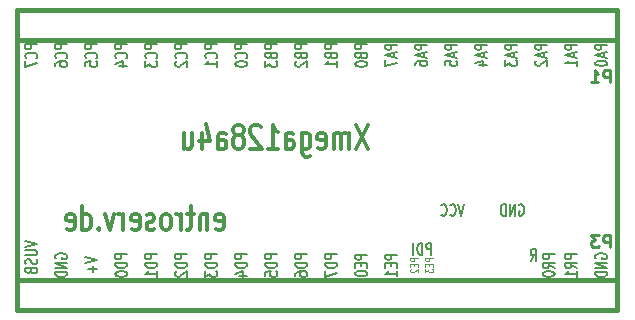
<source format=gbo>
G04 (created by PCBNEW (2013-07-07 BZR 4022)-stable) date 14.08.2014 19:14:36*
%MOIN*%
G04 Gerber Fmt 3.4, Leading zero omitted, Abs format*
%FSLAX34Y34*%
G01*
G70*
G90*
G04 APERTURE LIST*
%ADD10C,0.00590551*%
%ADD11C,0.012*%
%ADD12C,0.00393701*%
%ADD13C,0.015*%
%ADD14C,0.01*%
G04 APERTURE END LIST*
G54D10*
G54D11*
X25685Y-23323D02*
X25285Y-24123D01*
X25285Y-23323D02*
X25685Y-24123D01*
X25057Y-24123D02*
X25057Y-23590D01*
X25057Y-23666D02*
X25028Y-23628D01*
X24971Y-23590D01*
X24885Y-23590D01*
X24828Y-23628D01*
X24800Y-23704D01*
X24800Y-24123D01*
X24800Y-23704D02*
X24771Y-23628D01*
X24714Y-23590D01*
X24628Y-23590D01*
X24571Y-23628D01*
X24542Y-23704D01*
X24542Y-24123D01*
X24028Y-24085D02*
X24085Y-24123D01*
X24200Y-24123D01*
X24257Y-24085D01*
X24285Y-24009D01*
X24285Y-23704D01*
X24257Y-23628D01*
X24200Y-23590D01*
X24085Y-23590D01*
X24028Y-23628D01*
X24000Y-23704D01*
X24000Y-23780D01*
X24285Y-23857D01*
X23485Y-23590D02*
X23485Y-24238D01*
X23514Y-24314D01*
X23542Y-24352D01*
X23600Y-24390D01*
X23685Y-24390D01*
X23742Y-24352D01*
X23485Y-24085D02*
X23542Y-24123D01*
X23657Y-24123D01*
X23714Y-24085D01*
X23742Y-24047D01*
X23771Y-23971D01*
X23771Y-23742D01*
X23742Y-23666D01*
X23714Y-23628D01*
X23657Y-23590D01*
X23542Y-23590D01*
X23485Y-23628D01*
X22942Y-24123D02*
X22942Y-23704D01*
X22971Y-23628D01*
X23028Y-23590D01*
X23142Y-23590D01*
X23200Y-23628D01*
X22942Y-24085D02*
X23000Y-24123D01*
X23142Y-24123D01*
X23200Y-24085D01*
X23228Y-24009D01*
X23228Y-23933D01*
X23200Y-23857D01*
X23142Y-23819D01*
X23000Y-23819D01*
X22942Y-23780D01*
X22342Y-24123D02*
X22685Y-24123D01*
X22514Y-24123D02*
X22514Y-23323D01*
X22571Y-23438D01*
X22628Y-23514D01*
X22685Y-23552D01*
X22114Y-23400D02*
X22085Y-23361D01*
X22028Y-23323D01*
X21885Y-23323D01*
X21828Y-23361D01*
X21800Y-23400D01*
X21771Y-23476D01*
X21771Y-23552D01*
X21800Y-23666D01*
X22142Y-24123D01*
X21771Y-24123D01*
X21428Y-23666D02*
X21485Y-23628D01*
X21514Y-23590D01*
X21542Y-23514D01*
X21542Y-23476D01*
X21514Y-23400D01*
X21485Y-23361D01*
X21428Y-23323D01*
X21314Y-23323D01*
X21257Y-23361D01*
X21228Y-23400D01*
X21199Y-23476D01*
X21199Y-23514D01*
X21228Y-23590D01*
X21257Y-23628D01*
X21314Y-23666D01*
X21428Y-23666D01*
X21485Y-23704D01*
X21514Y-23742D01*
X21542Y-23819D01*
X21542Y-23971D01*
X21514Y-24047D01*
X21485Y-24085D01*
X21428Y-24123D01*
X21314Y-24123D01*
X21257Y-24085D01*
X21228Y-24047D01*
X21199Y-23971D01*
X21199Y-23819D01*
X21228Y-23742D01*
X21257Y-23704D01*
X21314Y-23666D01*
X20685Y-24123D02*
X20685Y-23704D01*
X20714Y-23628D01*
X20771Y-23590D01*
X20885Y-23590D01*
X20942Y-23628D01*
X20685Y-24085D02*
X20742Y-24123D01*
X20885Y-24123D01*
X20942Y-24085D01*
X20971Y-24009D01*
X20971Y-23933D01*
X20942Y-23857D01*
X20885Y-23819D01*
X20742Y-23819D01*
X20685Y-23780D01*
X20142Y-23590D02*
X20142Y-24123D01*
X20285Y-23285D02*
X20428Y-23857D01*
X20057Y-23857D01*
X19571Y-23590D02*
X19571Y-24123D01*
X19828Y-23590D02*
X19828Y-24009D01*
X19799Y-24085D01*
X19742Y-24123D01*
X19657Y-24123D01*
X19599Y-24085D01*
X19571Y-24047D01*
G54D12*
X27356Y-27765D02*
X27093Y-27765D01*
X27093Y-27840D01*
X27106Y-27859D01*
X27118Y-27868D01*
X27143Y-27878D01*
X27181Y-27878D01*
X27206Y-27868D01*
X27218Y-27859D01*
X27231Y-27840D01*
X27231Y-27765D01*
X27218Y-27962D02*
X27218Y-28028D01*
X27356Y-28056D02*
X27356Y-27962D01*
X27093Y-27962D01*
X27093Y-28056D01*
X27118Y-28131D02*
X27106Y-28140D01*
X27093Y-28159D01*
X27093Y-28206D01*
X27106Y-28224D01*
X27118Y-28234D01*
X27143Y-28243D01*
X27168Y-28243D01*
X27206Y-28234D01*
X27356Y-28121D01*
X27356Y-28243D01*
X27856Y-27765D02*
X27593Y-27765D01*
X27593Y-27840D01*
X27606Y-27859D01*
X27618Y-27868D01*
X27643Y-27878D01*
X27681Y-27878D01*
X27706Y-27868D01*
X27718Y-27859D01*
X27731Y-27840D01*
X27731Y-27765D01*
X27718Y-27962D02*
X27718Y-28028D01*
X27856Y-28056D02*
X27856Y-27962D01*
X27593Y-27962D01*
X27593Y-28056D01*
X27593Y-28121D02*
X27593Y-28243D01*
X27693Y-28178D01*
X27693Y-28206D01*
X27706Y-28224D01*
X27718Y-28234D01*
X27743Y-28243D01*
X27806Y-28243D01*
X27831Y-28234D01*
X27843Y-28224D01*
X27856Y-28206D01*
X27856Y-28149D01*
X27843Y-28131D01*
X27831Y-28121D01*
G54D10*
X28893Y-25965D02*
X28795Y-26359D01*
X28696Y-25965D01*
X28429Y-26321D02*
X28443Y-26340D01*
X28485Y-26359D01*
X28514Y-26359D01*
X28556Y-26340D01*
X28584Y-26303D01*
X28598Y-26265D01*
X28612Y-26190D01*
X28612Y-26134D01*
X28598Y-26059D01*
X28584Y-26021D01*
X28556Y-25984D01*
X28514Y-25965D01*
X28485Y-25965D01*
X28443Y-25984D01*
X28429Y-26003D01*
X28134Y-26321D02*
X28148Y-26340D01*
X28190Y-26359D01*
X28218Y-26359D01*
X28260Y-26340D01*
X28289Y-26303D01*
X28303Y-26265D01*
X28317Y-26190D01*
X28317Y-26134D01*
X28303Y-26059D01*
X28289Y-26021D01*
X28260Y-25984D01*
X28218Y-25965D01*
X28190Y-25965D01*
X28148Y-25984D01*
X28134Y-26003D01*
X27795Y-27659D02*
X27795Y-27265D01*
X27682Y-27265D01*
X27654Y-27284D01*
X27640Y-27303D01*
X27626Y-27340D01*
X27626Y-27396D01*
X27640Y-27434D01*
X27654Y-27453D01*
X27682Y-27471D01*
X27795Y-27471D01*
X27500Y-27659D02*
X27500Y-27265D01*
X27429Y-27265D01*
X27387Y-27284D01*
X27359Y-27321D01*
X27345Y-27359D01*
X27331Y-27434D01*
X27331Y-27490D01*
X27345Y-27565D01*
X27359Y-27603D01*
X27387Y-27640D01*
X27429Y-27659D01*
X27500Y-27659D01*
X27204Y-27659D02*
X27204Y-27265D01*
X30724Y-25984D02*
X30753Y-25965D01*
X30795Y-25965D01*
X30837Y-25984D01*
X30865Y-26021D01*
X30879Y-26059D01*
X30893Y-26134D01*
X30893Y-26190D01*
X30879Y-26265D01*
X30865Y-26303D01*
X30837Y-26340D01*
X30795Y-26359D01*
X30767Y-26359D01*
X30724Y-26340D01*
X30710Y-26321D01*
X30710Y-26190D01*
X30767Y-26190D01*
X30584Y-26359D02*
X30584Y-25965D01*
X30415Y-26359D01*
X30415Y-25965D01*
X30275Y-26359D02*
X30275Y-25965D01*
X30204Y-25965D01*
X30162Y-25984D01*
X30134Y-26021D01*
X30120Y-26059D01*
X30106Y-26134D01*
X30106Y-26190D01*
X30120Y-26265D01*
X30134Y-26303D01*
X30162Y-26340D01*
X30204Y-26359D01*
X30275Y-26359D01*
X31108Y-27859D02*
X31207Y-27671D01*
X31277Y-27859D02*
X31277Y-27465D01*
X31164Y-27465D01*
X31136Y-27484D01*
X31122Y-27503D01*
X31108Y-27540D01*
X31108Y-27596D01*
X31122Y-27634D01*
X31136Y-27653D01*
X31164Y-27671D01*
X31277Y-27671D01*
X31909Y-27634D02*
X31515Y-27634D01*
X31515Y-27746D01*
X31534Y-27775D01*
X31553Y-27789D01*
X31590Y-27803D01*
X31646Y-27803D01*
X31684Y-27789D01*
X31703Y-27775D01*
X31721Y-27746D01*
X31721Y-27634D01*
X31909Y-28098D02*
X31721Y-28000D01*
X31909Y-27929D02*
X31515Y-27929D01*
X31515Y-28042D01*
X31534Y-28070D01*
X31553Y-28084D01*
X31590Y-28098D01*
X31646Y-28098D01*
X31684Y-28084D01*
X31703Y-28070D01*
X31721Y-28042D01*
X31721Y-27929D01*
X31515Y-28281D02*
X31515Y-28309D01*
X31534Y-28337D01*
X31553Y-28351D01*
X31590Y-28365D01*
X31665Y-28379D01*
X31759Y-28379D01*
X31834Y-28365D01*
X31871Y-28351D01*
X31890Y-28337D01*
X31909Y-28309D01*
X31909Y-28281D01*
X31890Y-28253D01*
X31871Y-28239D01*
X31834Y-28224D01*
X31759Y-28210D01*
X31665Y-28210D01*
X31590Y-28224D01*
X31553Y-28239D01*
X31534Y-28253D01*
X31515Y-28281D01*
X32659Y-27634D02*
X32265Y-27634D01*
X32265Y-27746D01*
X32284Y-27775D01*
X32303Y-27789D01*
X32340Y-27803D01*
X32396Y-27803D01*
X32434Y-27789D01*
X32453Y-27775D01*
X32471Y-27746D01*
X32471Y-27634D01*
X32659Y-28098D02*
X32471Y-28000D01*
X32659Y-27929D02*
X32265Y-27929D01*
X32265Y-28042D01*
X32284Y-28070D01*
X32303Y-28084D01*
X32340Y-28098D01*
X32396Y-28098D01*
X32434Y-28084D01*
X32453Y-28070D01*
X32471Y-28042D01*
X32471Y-27929D01*
X32659Y-28379D02*
X32659Y-28210D01*
X32659Y-28295D02*
X32265Y-28295D01*
X32321Y-28267D01*
X32359Y-28239D01*
X32378Y-28210D01*
X33284Y-27775D02*
X33265Y-27746D01*
X33265Y-27704D01*
X33284Y-27662D01*
X33321Y-27634D01*
X33359Y-27620D01*
X33434Y-27606D01*
X33490Y-27606D01*
X33565Y-27620D01*
X33603Y-27634D01*
X33640Y-27662D01*
X33659Y-27704D01*
X33659Y-27732D01*
X33640Y-27775D01*
X33621Y-27789D01*
X33490Y-27789D01*
X33490Y-27732D01*
X33659Y-27915D02*
X33265Y-27915D01*
X33659Y-28084D01*
X33265Y-28084D01*
X33659Y-28224D02*
X33265Y-28224D01*
X33265Y-28295D01*
X33284Y-28337D01*
X33321Y-28365D01*
X33359Y-28379D01*
X33434Y-28393D01*
X33490Y-28393D01*
X33565Y-28379D01*
X33603Y-28365D01*
X33640Y-28337D01*
X33659Y-28295D01*
X33659Y-28224D01*
X26659Y-27648D02*
X26265Y-27648D01*
X26265Y-27760D01*
X26284Y-27789D01*
X26303Y-27803D01*
X26340Y-27817D01*
X26396Y-27817D01*
X26434Y-27803D01*
X26453Y-27789D01*
X26471Y-27760D01*
X26471Y-27648D01*
X26453Y-27943D02*
X26453Y-28042D01*
X26659Y-28084D02*
X26659Y-27943D01*
X26265Y-27943D01*
X26265Y-28084D01*
X26659Y-28365D02*
X26659Y-28196D01*
X26659Y-28281D02*
X26265Y-28281D01*
X26321Y-28253D01*
X26359Y-28224D01*
X26378Y-28196D01*
X25659Y-27648D02*
X25265Y-27648D01*
X25265Y-27760D01*
X25284Y-27789D01*
X25303Y-27803D01*
X25340Y-27817D01*
X25396Y-27817D01*
X25434Y-27803D01*
X25453Y-27789D01*
X25471Y-27760D01*
X25471Y-27648D01*
X25453Y-27943D02*
X25453Y-28042D01*
X25659Y-28084D02*
X25659Y-27943D01*
X25265Y-27943D01*
X25265Y-28084D01*
X25265Y-28267D02*
X25265Y-28295D01*
X25284Y-28323D01*
X25303Y-28337D01*
X25340Y-28351D01*
X25415Y-28365D01*
X25509Y-28365D01*
X25584Y-28351D01*
X25621Y-28337D01*
X25640Y-28323D01*
X25659Y-28295D01*
X25659Y-28267D01*
X25640Y-28239D01*
X25621Y-28224D01*
X25584Y-28210D01*
X25509Y-28196D01*
X25415Y-28196D01*
X25340Y-28210D01*
X25303Y-28224D01*
X25284Y-28239D01*
X25265Y-28267D01*
X24659Y-27634D02*
X24265Y-27634D01*
X24265Y-27746D01*
X24284Y-27775D01*
X24303Y-27789D01*
X24340Y-27803D01*
X24396Y-27803D01*
X24434Y-27789D01*
X24453Y-27775D01*
X24471Y-27746D01*
X24471Y-27634D01*
X24659Y-27929D02*
X24265Y-27929D01*
X24265Y-28000D01*
X24284Y-28042D01*
X24321Y-28070D01*
X24359Y-28084D01*
X24434Y-28098D01*
X24490Y-28098D01*
X24565Y-28084D01*
X24603Y-28070D01*
X24640Y-28042D01*
X24659Y-28000D01*
X24659Y-27929D01*
X24265Y-28196D02*
X24265Y-28393D01*
X24659Y-28267D01*
X23659Y-27634D02*
X23265Y-27634D01*
X23265Y-27746D01*
X23284Y-27775D01*
X23303Y-27789D01*
X23340Y-27803D01*
X23396Y-27803D01*
X23434Y-27789D01*
X23453Y-27775D01*
X23471Y-27746D01*
X23471Y-27634D01*
X23659Y-27929D02*
X23265Y-27929D01*
X23265Y-28000D01*
X23284Y-28042D01*
X23321Y-28070D01*
X23359Y-28084D01*
X23434Y-28098D01*
X23490Y-28098D01*
X23565Y-28084D01*
X23603Y-28070D01*
X23640Y-28042D01*
X23659Y-28000D01*
X23659Y-27929D01*
X23265Y-28351D02*
X23265Y-28295D01*
X23284Y-28267D01*
X23303Y-28253D01*
X23359Y-28224D01*
X23434Y-28210D01*
X23584Y-28210D01*
X23621Y-28224D01*
X23640Y-28239D01*
X23659Y-28267D01*
X23659Y-28323D01*
X23640Y-28351D01*
X23621Y-28365D01*
X23584Y-28379D01*
X23490Y-28379D01*
X23453Y-28365D01*
X23434Y-28351D01*
X23415Y-28323D01*
X23415Y-28267D01*
X23434Y-28239D01*
X23453Y-28224D01*
X23490Y-28210D01*
X22659Y-27634D02*
X22265Y-27634D01*
X22265Y-27746D01*
X22284Y-27775D01*
X22303Y-27789D01*
X22340Y-27803D01*
X22396Y-27803D01*
X22434Y-27789D01*
X22453Y-27775D01*
X22471Y-27746D01*
X22471Y-27634D01*
X22659Y-27929D02*
X22265Y-27929D01*
X22265Y-28000D01*
X22284Y-28042D01*
X22321Y-28070D01*
X22359Y-28084D01*
X22434Y-28098D01*
X22490Y-28098D01*
X22565Y-28084D01*
X22603Y-28070D01*
X22640Y-28042D01*
X22659Y-28000D01*
X22659Y-27929D01*
X22265Y-28365D02*
X22265Y-28224D01*
X22453Y-28210D01*
X22434Y-28224D01*
X22415Y-28253D01*
X22415Y-28323D01*
X22434Y-28351D01*
X22453Y-28365D01*
X22490Y-28379D01*
X22584Y-28379D01*
X22621Y-28365D01*
X22640Y-28351D01*
X22659Y-28323D01*
X22659Y-28253D01*
X22640Y-28224D01*
X22621Y-28210D01*
X21659Y-27634D02*
X21265Y-27634D01*
X21265Y-27746D01*
X21284Y-27775D01*
X21303Y-27789D01*
X21340Y-27803D01*
X21396Y-27803D01*
X21434Y-27789D01*
X21453Y-27775D01*
X21471Y-27746D01*
X21471Y-27634D01*
X21659Y-27929D02*
X21265Y-27929D01*
X21265Y-28000D01*
X21284Y-28042D01*
X21321Y-28070D01*
X21359Y-28084D01*
X21434Y-28098D01*
X21490Y-28098D01*
X21565Y-28084D01*
X21603Y-28070D01*
X21640Y-28042D01*
X21659Y-28000D01*
X21659Y-27929D01*
X21396Y-28351D02*
X21659Y-28351D01*
X21246Y-28281D02*
X21528Y-28210D01*
X21528Y-28393D01*
X20659Y-27634D02*
X20265Y-27634D01*
X20265Y-27746D01*
X20284Y-27775D01*
X20303Y-27789D01*
X20340Y-27803D01*
X20396Y-27803D01*
X20434Y-27789D01*
X20453Y-27775D01*
X20471Y-27746D01*
X20471Y-27634D01*
X20659Y-27929D02*
X20265Y-27929D01*
X20265Y-28000D01*
X20284Y-28042D01*
X20321Y-28070D01*
X20359Y-28084D01*
X20434Y-28098D01*
X20490Y-28098D01*
X20565Y-28084D01*
X20603Y-28070D01*
X20640Y-28042D01*
X20659Y-28000D01*
X20659Y-27929D01*
X20265Y-28196D02*
X20265Y-28379D01*
X20415Y-28281D01*
X20415Y-28323D01*
X20434Y-28351D01*
X20453Y-28365D01*
X20490Y-28379D01*
X20584Y-28379D01*
X20621Y-28365D01*
X20640Y-28351D01*
X20659Y-28323D01*
X20659Y-28239D01*
X20640Y-28210D01*
X20621Y-28196D01*
X19659Y-27634D02*
X19265Y-27634D01*
X19265Y-27746D01*
X19284Y-27775D01*
X19303Y-27789D01*
X19340Y-27803D01*
X19396Y-27803D01*
X19434Y-27789D01*
X19453Y-27775D01*
X19471Y-27746D01*
X19471Y-27634D01*
X19659Y-27929D02*
X19265Y-27929D01*
X19265Y-28000D01*
X19284Y-28042D01*
X19321Y-28070D01*
X19359Y-28084D01*
X19434Y-28098D01*
X19490Y-28098D01*
X19565Y-28084D01*
X19603Y-28070D01*
X19640Y-28042D01*
X19659Y-28000D01*
X19659Y-27929D01*
X19303Y-28210D02*
X19284Y-28224D01*
X19265Y-28253D01*
X19265Y-28323D01*
X19284Y-28351D01*
X19303Y-28365D01*
X19340Y-28379D01*
X19378Y-28379D01*
X19434Y-28365D01*
X19659Y-28196D01*
X19659Y-28379D01*
X18659Y-27634D02*
X18265Y-27634D01*
X18265Y-27746D01*
X18284Y-27775D01*
X18303Y-27789D01*
X18340Y-27803D01*
X18396Y-27803D01*
X18434Y-27789D01*
X18453Y-27775D01*
X18471Y-27746D01*
X18471Y-27634D01*
X18659Y-27929D02*
X18265Y-27929D01*
X18265Y-28000D01*
X18284Y-28042D01*
X18321Y-28070D01*
X18359Y-28084D01*
X18434Y-28098D01*
X18490Y-28098D01*
X18565Y-28084D01*
X18603Y-28070D01*
X18640Y-28042D01*
X18659Y-28000D01*
X18659Y-27929D01*
X18659Y-28379D02*
X18659Y-28210D01*
X18659Y-28295D02*
X18265Y-28295D01*
X18321Y-28267D01*
X18359Y-28239D01*
X18378Y-28210D01*
X17659Y-27634D02*
X17265Y-27634D01*
X17265Y-27746D01*
X17284Y-27775D01*
X17303Y-27789D01*
X17340Y-27803D01*
X17396Y-27803D01*
X17434Y-27789D01*
X17453Y-27775D01*
X17471Y-27746D01*
X17471Y-27634D01*
X17659Y-27929D02*
X17265Y-27929D01*
X17265Y-28000D01*
X17284Y-28042D01*
X17321Y-28070D01*
X17359Y-28084D01*
X17434Y-28098D01*
X17490Y-28098D01*
X17565Y-28084D01*
X17603Y-28070D01*
X17640Y-28042D01*
X17659Y-28000D01*
X17659Y-27929D01*
X17265Y-28281D02*
X17265Y-28309D01*
X17284Y-28337D01*
X17303Y-28351D01*
X17340Y-28365D01*
X17415Y-28379D01*
X17509Y-28379D01*
X17584Y-28365D01*
X17621Y-28351D01*
X17640Y-28337D01*
X17659Y-28309D01*
X17659Y-28281D01*
X17640Y-28253D01*
X17621Y-28239D01*
X17584Y-28224D01*
X17509Y-28210D01*
X17415Y-28210D01*
X17340Y-28224D01*
X17303Y-28239D01*
X17284Y-28253D01*
X17265Y-28281D01*
X16265Y-27718D02*
X16659Y-27817D01*
X16265Y-27915D01*
X16509Y-28014D02*
X16509Y-28239D01*
X16659Y-28126D02*
X16359Y-28126D01*
X15284Y-27775D02*
X15265Y-27746D01*
X15265Y-27704D01*
X15284Y-27662D01*
X15321Y-27634D01*
X15359Y-27620D01*
X15434Y-27606D01*
X15490Y-27606D01*
X15565Y-27620D01*
X15603Y-27634D01*
X15640Y-27662D01*
X15659Y-27704D01*
X15659Y-27732D01*
X15640Y-27775D01*
X15621Y-27789D01*
X15490Y-27789D01*
X15490Y-27732D01*
X15659Y-27915D02*
X15265Y-27915D01*
X15659Y-28084D01*
X15265Y-28084D01*
X15659Y-28224D02*
X15265Y-28224D01*
X15265Y-28295D01*
X15284Y-28337D01*
X15321Y-28365D01*
X15359Y-28379D01*
X15434Y-28393D01*
X15490Y-28393D01*
X15565Y-28379D01*
X15603Y-28365D01*
X15640Y-28337D01*
X15659Y-28295D01*
X15659Y-28224D01*
X14265Y-27208D02*
X14659Y-27307D01*
X14265Y-27405D01*
X14265Y-27503D02*
X14584Y-27503D01*
X14621Y-27517D01*
X14640Y-27532D01*
X14659Y-27560D01*
X14659Y-27616D01*
X14640Y-27644D01*
X14621Y-27658D01*
X14584Y-27672D01*
X14265Y-27672D01*
X14640Y-27799D02*
X14659Y-27841D01*
X14659Y-27911D01*
X14640Y-27939D01*
X14621Y-27953D01*
X14584Y-27967D01*
X14546Y-27967D01*
X14509Y-27953D01*
X14490Y-27939D01*
X14471Y-27911D01*
X14453Y-27855D01*
X14434Y-27827D01*
X14415Y-27813D01*
X14378Y-27799D01*
X14340Y-27799D01*
X14303Y-27813D01*
X14284Y-27827D01*
X14265Y-27855D01*
X14265Y-27925D01*
X14284Y-27967D01*
X14453Y-28192D02*
X14471Y-28235D01*
X14490Y-28249D01*
X14528Y-28263D01*
X14584Y-28263D01*
X14621Y-28249D01*
X14640Y-28235D01*
X14659Y-28206D01*
X14659Y-28094D01*
X14265Y-28094D01*
X14265Y-28192D01*
X14284Y-28221D01*
X14303Y-28235D01*
X14340Y-28249D01*
X14378Y-28249D01*
X14415Y-28235D01*
X14434Y-28221D01*
X14453Y-28192D01*
X14453Y-28094D01*
X33659Y-20655D02*
X33265Y-20655D01*
X33265Y-20767D01*
X33284Y-20796D01*
X33303Y-20810D01*
X33340Y-20824D01*
X33396Y-20824D01*
X33434Y-20810D01*
X33453Y-20796D01*
X33471Y-20767D01*
X33471Y-20655D01*
X33546Y-20936D02*
X33546Y-21077D01*
X33659Y-20908D02*
X33265Y-21007D01*
X33659Y-21105D01*
X33265Y-21260D02*
X33265Y-21288D01*
X33284Y-21316D01*
X33303Y-21330D01*
X33340Y-21344D01*
X33415Y-21358D01*
X33509Y-21358D01*
X33584Y-21344D01*
X33621Y-21330D01*
X33640Y-21316D01*
X33659Y-21288D01*
X33659Y-21260D01*
X33640Y-21232D01*
X33621Y-21217D01*
X33584Y-21203D01*
X33509Y-21189D01*
X33415Y-21189D01*
X33340Y-21203D01*
X33303Y-21217D01*
X33284Y-21232D01*
X33265Y-21260D01*
X32659Y-20655D02*
X32265Y-20655D01*
X32265Y-20767D01*
X32284Y-20796D01*
X32303Y-20810D01*
X32340Y-20824D01*
X32396Y-20824D01*
X32434Y-20810D01*
X32453Y-20796D01*
X32471Y-20767D01*
X32471Y-20655D01*
X32546Y-20936D02*
X32546Y-21077D01*
X32659Y-20908D02*
X32265Y-21007D01*
X32659Y-21105D01*
X32659Y-21358D02*
X32659Y-21189D01*
X32659Y-21274D02*
X32265Y-21274D01*
X32321Y-21246D01*
X32359Y-21217D01*
X32378Y-21189D01*
X31659Y-20655D02*
X31265Y-20655D01*
X31265Y-20767D01*
X31284Y-20796D01*
X31303Y-20810D01*
X31340Y-20824D01*
X31396Y-20824D01*
X31434Y-20810D01*
X31453Y-20796D01*
X31471Y-20767D01*
X31471Y-20655D01*
X31546Y-20936D02*
X31546Y-21077D01*
X31659Y-20908D02*
X31265Y-21007D01*
X31659Y-21105D01*
X31303Y-21189D02*
X31284Y-21203D01*
X31265Y-21232D01*
X31265Y-21302D01*
X31284Y-21330D01*
X31303Y-21344D01*
X31340Y-21358D01*
X31378Y-21358D01*
X31434Y-21344D01*
X31659Y-21175D01*
X31659Y-21358D01*
X30659Y-20655D02*
X30265Y-20655D01*
X30265Y-20767D01*
X30284Y-20796D01*
X30303Y-20810D01*
X30340Y-20824D01*
X30396Y-20824D01*
X30434Y-20810D01*
X30453Y-20796D01*
X30471Y-20767D01*
X30471Y-20655D01*
X30546Y-20936D02*
X30546Y-21077D01*
X30659Y-20908D02*
X30265Y-21007D01*
X30659Y-21105D01*
X30265Y-21175D02*
X30265Y-21358D01*
X30415Y-21260D01*
X30415Y-21302D01*
X30434Y-21330D01*
X30453Y-21344D01*
X30490Y-21358D01*
X30584Y-21358D01*
X30621Y-21344D01*
X30640Y-21330D01*
X30659Y-21302D01*
X30659Y-21217D01*
X30640Y-21189D01*
X30621Y-21175D01*
X29659Y-20655D02*
X29265Y-20655D01*
X29265Y-20767D01*
X29284Y-20796D01*
X29303Y-20810D01*
X29340Y-20824D01*
X29396Y-20824D01*
X29434Y-20810D01*
X29453Y-20796D01*
X29471Y-20767D01*
X29471Y-20655D01*
X29546Y-20936D02*
X29546Y-21077D01*
X29659Y-20908D02*
X29265Y-21007D01*
X29659Y-21105D01*
X29396Y-21330D02*
X29659Y-21330D01*
X29246Y-21260D02*
X29528Y-21189D01*
X29528Y-21372D01*
X28659Y-20655D02*
X28265Y-20655D01*
X28265Y-20767D01*
X28284Y-20796D01*
X28303Y-20810D01*
X28340Y-20824D01*
X28396Y-20824D01*
X28434Y-20810D01*
X28453Y-20796D01*
X28471Y-20767D01*
X28471Y-20655D01*
X28546Y-20936D02*
X28546Y-21077D01*
X28659Y-20908D02*
X28265Y-21007D01*
X28659Y-21105D01*
X28265Y-21344D02*
X28265Y-21203D01*
X28453Y-21189D01*
X28434Y-21203D01*
X28415Y-21232D01*
X28415Y-21302D01*
X28434Y-21330D01*
X28453Y-21344D01*
X28490Y-21358D01*
X28584Y-21358D01*
X28621Y-21344D01*
X28640Y-21330D01*
X28659Y-21302D01*
X28659Y-21232D01*
X28640Y-21203D01*
X28621Y-21189D01*
X27659Y-20655D02*
X27265Y-20655D01*
X27265Y-20767D01*
X27284Y-20796D01*
X27303Y-20810D01*
X27340Y-20824D01*
X27396Y-20824D01*
X27434Y-20810D01*
X27453Y-20796D01*
X27471Y-20767D01*
X27471Y-20655D01*
X27546Y-20936D02*
X27546Y-21077D01*
X27659Y-20908D02*
X27265Y-21007D01*
X27659Y-21105D01*
X27265Y-21330D02*
X27265Y-21274D01*
X27284Y-21246D01*
X27303Y-21232D01*
X27359Y-21203D01*
X27434Y-21189D01*
X27584Y-21189D01*
X27621Y-21203D01*
X27640Y-21217D01*
X27659Y-21246D01*
X27659Y-21302D01*
X27640Y-21330D01*
X27621Y-21344D01*
X27584Y-21358D01*
X27490Y-21358D01*
X27453Y-21344D01*
X27434Y-21330D01*
X27415Y-21302D01*
X27415Y-21246D01*
X27434Y-21217D01*
X27453Y-21203D01*
X27490Y-21189D01*
X26659Y-20655D02*
X26265Y-20655D01*
X26265Y-20767D01*
X26284Y-20796D01*
X26303Y-20810D01*
X26340Y-20824D01*
X26396Y-20824D01*
X26434Y-20810D01*
X26453Y-20796D01*
X26471Y-20767D01*
X26471Y-20655D01*
X26546Y-20936D02*
X26546Y-21077D01*
X26659Y-20908D02*
X26265Y-21007D01*
X26659Y-21105D01*
X26265Y-21175D02*
X26265Y-21372D01*
X26659Y-21246D01*
X25659Y-20634D02*
X25265Y-20634D01*
X25265Y-20746D01*
X25284Y-20775D01*
X25303Y-20789D01*
X25340Y-20803D01*
X25396Y-20803D01*
X25434Y-20789D01*
X25453Y-20775D01*
X25471Y-20746D01*
X25471Y-20634D01*
X25453Y-21028D02*
X25471Y-21070D01*
X25490Y-21084D01*
X25528Y-21098D01*
X25584Y-21098D01*
X25621Y-21084D01*
X25640Y-21070D01*
X25659Y-21042D01*
X25659Y-20929D01*
X25265Y-20929D01*
X25265Y-21028D01*
X25284Y-21056D01*
X25303Y-21070D01*
X25340Y-21084D01*
X25378Y-21084D01*
X25415Y-21070D01*
X25434Y-21056D01*
X25453Y-21028D01*
X25453Y-20929D01*
X25265Y-21281D02*
X25265Y-21309D01*
X25284Y-21337D01*
X25303Y-21351D01*
X25340Y-21365D01*
X25415Y-21379D01*
X25509Y-21379D01*
X25584Y-21365D01*
X25621Y-21351D01*
X25640Y-21337D01*
X25659Y-21309D01*
X25659Y-21281D01*
X25640Y-21253D01*
X25621Y-21239D01*
X25584Y-21224D01*
X25509Y-21210D01*
X25415Y-21210D01*
X25340Y-21224D01*
X25303Y-21239D01*
X25284Y-21253D01*
X25265Y-21281D01*
X24659Y-20634D02*
X24265Y-20634D01*
X24265Y-20746D01*
X24284Y-20775D01*
X24303Y-20789D01*
X24340Y-20803D01*
X24396Y-20803D01*
X24434Y-20789D01*
X24453Y-20775D01*
X24471Y-20746D01*
X24471Y-20634D01*
X24453Y-21028D02*
X24471Y-21070D01*
X24490Y-21084D01*
X24528Y-21098D01*
X24584Y-21098D01*
X24621Y-21084D01*
X24640Y-21070D01*
X24659Y-21042D01*
X24659Y-20929D01*
X24265Y-20929D01*
X24265Y-21028D01*
X24284Y-21056D01*
X24303Y-21070D01*
X24340Y-21084D01*
X24378Y-21084D01*
X24415Y-21070D01*
X24434Y-21056D01*
X24453Y-21028D01*
X24453Y-20929D01*
X24659Y-21379D02*
X24659Y-21210D01*
X24659Y-21295D02*
X24265Y-21295D01*
X24321Y-21267D01*
X24359Y-21239D01*
X24378Y-21210D01*
X23659Y-20634D02*
X23265Y-20634D01*
X23265Y-20746D01*
X23284Y-20775D01*
X23303Y-20789D01*
X23340Y-20803D01*
X23396Y-20803D01*
X23434Y-20789D01*
X23453Y-20775D01*
X23471Y-20746D01*
X23471Y-20634D01*
X23453Y-21028D02*
X23471Y-21070D01*
X23490Y-21084D01*
X23528Y-21098D01*
X23584Y-21098D01*
X23621Y-21084D01*
X23640Y-21070D01*
X23659Y-21042D01*
X23659Y-20929D01*
X23265Y-20929D01*
X23265Y-21028D01*
X23284Y-21056D01*
X23303Y-21070D01*
X23340Y-21084D01*
X23378Y-21084D01*
X23415Y-21070D01*
X23434Y-21056D01*
X23453Y-21028D01*
X23453Y-20929D01*
X23303Y-21210D02*
X23284Y-21224D01*
X23265Y-21253D01*
X23265Y-21323D01*
X23284Y-21351D01*
X23303Y-21365D01*
X23340Y-21379D01*
X23378Y-21379D01*
X23434Y-21365D01*
X23659Y-21196D01*
X23659Y-21379D01*
X22659Y-20634D02*
X22265Y-20634D01*
X22265Y-20746D01*
X22284Y-20775D01*
X22303Y-20789D01*
X22340Y-20803D01*
X22396Y-20803D01*
X22434Y-20789D01*
X22453Y-20775D01*
X22471Y-20746D01*
X22471Y-20634D01*
X22453Y-21028D02*
X22471Y-21070D01*
X22490Y-21084D01*
X22528Y-21098D01*
X22584Y-21098D01*
X22621Y-21084D01*
X22640Y-21070D01*
X22659Y-21042D01*
X22659Y-20929D01*
X22265Y-20929D01*
X22265Y-21028D01*
X22284Y-21056D01*
X22303Y-21070D01*
X22340Y-21084D01*
X22378Y-21084D01*
X22415Y-21070D01*
X22434Y-21056D01*
X22453Y-21028D01*
X22453Y-20929D01*
X22265Y-21196D02*
X22265Y-21379D01*
X22415Y-21281D01*
X22415Y-21323D01*
X22434Y-21351D01*
X22453Y-21365D01*
X22490Y-21379D01*
X22584Y-21379D01*
X22621Y-21365D01*
X22640Y-21351D01*
X22659Y-21323D01*
X22659Y-21239D01*
X22640Y-21210D01*
X22621Y-21196D01*
X21659Y-20634D02*
X21265Y-20634D01*
X21265Y-20746D01*
X21284Y-20775D01*
X21303Y-20789D01*
X21340Y-20803D01*
X21396Y-20803D01*
X21434Y-20789D01*
X21453Y-20775D01*
X21471Y-20746D01*
X21471Y-20634D01*
X21621Y-21098D02*
X21640Y-21084D01*
X21659Y-21042D01*
X21659Y-21014D01*
X21640Y-20971D01*
X21603Y-20943D01*
X21565Y-20929D01*
X21490Y-20915D01*
X21434Y-20915D01*
X21359Y-20929D01*
X21321Y-20943D01*
X21284Y-20971D01*
X21265Y-21014D01*
X21265Y-21042D01*
X21284Y-21084D01*
X21303Y-21098D01*
X21265Y-21281D02*
X21265Y-21309D01*
X21284Y-21337D01*
X21303Y-21351D01*
X21340Y-21365D01*
X21415Y-21379D01*
X21509Y-21379D01*
X21584Y-21365D01*
X21621Y-21351D01*
X21640Y-21337D01*
X21659Y-21309D01*
X21659Y-21281D01*
X21640Y-21253D01*
X21621Y-21239D01*
X21584Y-21224D01*
X21509Y-21210D01*
X21415Y-21210D01*
X21340Y-21224D01*
X21303Y-21239D01*
X21284Y-21253D01*
X21265Y-21281D01*
X20659Y-20634D02*
X20265Y-20634D01*
X20265Y-20746D01*
X20284Y-20775D01*
X20303Y-20789D01*
X20340Y-20803D01*
X20396Y-20803D01*
X20434Y-20789D01*
X20453Y-20775D01*
X20471Y-20746D01*
X20471Y-20634D01*
X20621Y-21098D02*
X20640Y-21084D01*
X20659Y-21042D01*
X20659Y-21014D01*
X20640Y-20971D01*
X20603Y-20943D01*
X20565Y-20929D01*
X20490Y-20915D01*
X20434Y-20915D01*
X20359Y-20929D01*
X20321Y-20943D01*
X20284Y-20971D01*
X20265Y-21014D01*
X20265Y-21042D01*
X20284Y-21084D01*
X20303Y-21098D01*
X20659Y-21379D02*
X20659Y-21210D01*
X20659Y-21295D02*
X20265Y-21295D01*
X20321Y-21267D01*
X20359Y-21239D01*
X20378Y-21210D01*
X19659Y-20634D02*
X19265Y-20634D01*
X19265Y-20746D01*
X19284Y-20775D01*
X19303Y-20789D01*
X19340Y-20803D01*
X19396Y-20803D01*
X19434Y-20789D01*
X19453Y-20775D01*
X19471Y-20746D01*
X19471Y-20634D01*
X19621Y-21098D02*
X19640Y-21084D01*
X19659Y-21042D01*
X19659Y-21014D01*
X19640Y-20971D01*
X19603Y-20943D01*
X19565Y-20929D01*
X19490Y-20915D01*
X19434Y-20915D01*
X19359Y-20929D01*
X19321Y-20943D01*
X19284Y-20971D01*
X19265Y-21014D01*
X19265Y-21042D01*
X19284Y-21084D01*
X19303Y-21098D01*
X19303Y-21210D02*
X19284Y-21224D01*
X19265Y-21253D01*
X19265Y-21323D01*
X19284Y-21351D01*
X19303Y-21365D01*
X19340Y-21379D01*
X19378Y-21379D01*
X19434Y-21365D01*
X19659Y-21196D01*
X19659Y-21379D01*
X18659Y-20634D02*
X18265Y-20634D01*
X18265Y-20746D01*
X18284Y-20775D01*
X18303Y-20789D01*
X18340Y-20803D01*
X18396Y-20803D01*
X18434Y-20789D01*
X18453Y-20775D01*
X18471Y-20746D01*
X18471Y-20634D01*
X18621Y-21098D02*
X18640Y-21084D01*
X18659Y-21042D01*
X18659Y-21014D01*
X18640Y-20971D01*
X18603Y-20943D01*
X18565Y-20929D01*
X18490Y-20915D01*
X18434Y-20915D01*
X18359Y-20929D01*
X18321Y-20943D01*
X18284Y-20971D01*
X18265Y-21014D01*
X18265Y-21042D01*
X18284Y-21084D01*
X18303Y-21098D01*
X18265Y-21196D02*
X18265Y-21379D01*
X18415Y-21281D01*
X18415Y-21323D01*
X18434Y-21351D01*
X18453Y-21365D01*
X18490Y-21379D01*
X18584Y-21379D01*
X18621Y-21365D01*
X18640Y-21351D01*
X18659Y-21323D01*
X18659Y-21239D01*
X18640Y-21210D01*
X18621Y-21196D01*
X17659Y-20634D02*
X17265Y-20634D01*
X17265Y-20746D01*
X17284Y-20775D01*
X17303Y-20789D01*
X17340Y-20803D01*
X17396Y-20803D01*
X17434Y-20789D01*
X17453Y-20775D01*
X17471Y-20746D01*
X17471Y-20634D01*
X17621Y-21098D02*
X17640Y-21084D01*
X17659Y-21042D01*
X17659Y-21014D01*
X17640Y-20971D01*
X17603Y-20943D01*
X17565Y-20929D01*
X17490Y-20915D01*
X17434Y-20915D01*
X17359Y-20929D01*
X17321Y-20943D01*
X17284Y-20971D01*
X17265Y-21014D01*
X17265Y-21042D01*
X17284Y-21084D01*
X17303Y-21098D01*
X17396Y-21351D02*
X17659Y-21351D01*
X17246Y-21281D02*
X17528Y-21210D01*
X17528Y-21393D01*
X16659Y-20634D02*
X16265Y-20634D01*
X16265Y-20746D01*
X16284Y-20775D01*
X16303Y-20789D01*
X16340Y-20803D01*
X16396Y-20803D01*
X16434Y-20789D01*
X16453Y-20775D01*
X16471Y-20746D01*
X16471Y-20634D01*
X16621Y-21098D02*
X16640Y-21084D01*
X16659Y-21042D01*
X16659Y-21014D01*
X16640Y-20971D01*
X16603Y-20943D01*
X16565Y-20929D01*
X16490Y-20915D01*
X16434Y-20915D01*
X16359Y-20929D01*
X16321Y-20943D01*
X16284Y-20971D01*
X16265Y-21014D01*
X16265Y-21042D01*
X16284Y-21084D01*
X16303Y-21098D01*
X16265Y-21365D02*
X16265Y-21224D01*
X16453Y-21210D01*
X16434Y-21224D01*
X16415Y-21253D01*
X16415Y-21323D01*
X16434Y-21351D01*
X16453Y-21365D01*
X16490Y-21379D01*
X16584Y-21379D01*
X16621Y-21365D01*
X16640Y-21351D01*
X16659Y-21323D01*
X16659Y-21253D01*
X16640Y-21224D01*
X16621Y-21210D01*
X14659Y-20634D02*
X14265Y-20634D01*
X14265Y-20746D01*
X14284Y-20775D01*
X14303Y-20789D01*
X14340Y-20803D01*
X14396Y-20803D01*
X14434Y-20789D01*
X14453Y-20775D01*
X14471Y-20746D01*
X14471Y-20634D01*
X14621Y-21098D02*
X14640Y-21084D01*
X14659Y-21042D01*
X14659Y-21014D01*
X14640Y-20971D01*
X14603Y-20943D01*
X14565Y-20929D01*
X14490Y-20915D01*
X14434Y-20915D01*
X14359Y-20929D01*
X14321Y-20943D01*
X14284Y-20971D01*
X14265Y-21014D01*
X14265Y-21042D01*
X14284Y-21084D01*
X14303Y-21098D01*
X14265Y-21196D02*
X14265Y-21393D01*
X14659Y-21267D01*
X15659Y-20634D02*
X15265Y-20634D01*
X15265Y-20746D01*
X15284Y-20775D01*
X15303Y-20789D01*
X15340Y-20803D01*
X15396Y-20803D01*
X15434Y-20789D01*
X15453Y-20775D01*
X15471Y-20746D01*
X15471Y-20634D01*
X15621Y-21098D02*
X15640Y-21084D01*
X15659Y-21042D01*
X15659Y-21014D01*
X15640Y-20971D01*
X15603Y-20943D01*
X15565Y-20929D01*
X15490Y-20915D01*
X15434Y-20915D01*
X15359Y-20929D01*
X15321Y-20943D01*
X15284Y-20971D01*
X15265Y-21014D01*
X15265Y-21042D01*
X15284Y-21084D01*
X15303Y-21098D01*
X15265Y-21351D02*
X15265Y-21295D01*
X15284Y-21267D01*
X15303Y-21253D01*
X15359Y-21224D01*
X15434Y-21210D01*
X15584Y-21210D01*
X15621Y-21224D01*
X15640Y-21239D01*
X15659Y-21267D01*
X15659Y-21323D01*
X15640Y-21351D01*
X15621Y-21365D01*
X15584Y-21379D01*
X15490Y-21379D01*
X15453Y-21365D01*
X15434Y-21351D01*
X15415Y-21323D01*
X15415Y-21267D01*
X15434Y-21239D01*
X15453Y-21224D01*
X15490Y-21210D01*
G54D11*
X20621Y-26785D02*
X20678Y-26823D01*
X20792Y-26823D01*
X20850Y-26785D01*
X20878Y-26709D01*
X20878Y-26404D01*
X20850Y-26328D01*
X20792Y-26290D01*
X20678Y-26290D01*
X20621Y-26328D01*
X20592Y-26404D01*
X20592Y-26480D01*
X20878Y-26557D01*
X20335Y-26290D02*
X20335Y-26823D01*
X20335Y-26366D02*
X20307Y-26328D01*
X20250Y-26290D01*
X20164Y-26290D01*
X20107Y-26328D01*
X20078Y-26404D01*
X20078Y-26823D01*
X19878Y-26290D02*
X19650Y-26290D01*
X19792Y-26023D02*
X19792Y-26709D01*
X19764Y-26785D01*
X19707Y-26823D01*
X19650Y-26823D01*
X19450Y-26823D02*
X19450Y-26290D01*
X19450Y-26442D02*
X19421Y-26366D01*
X19392Y-26328D01*
X19335Y-26290D01*
X19278Y-26290D01*
X18992Y-26823D02*
X19049Y-26785D01*
X19078Y-26747D01*
X19107Y-26671D01*
X19107Y-26442D01*
X19078Y-26366D01*
X19049Y-26328D01*
X18992Y-26290D01*
X18907Y-26290D01*
X18849Y-26328D01*
X18821Y-26366D01*
X18792Y-26442D01*
X18792Y-26671D01*
X18821Y-26747D01*
X18849Y-26785D01*
X18907Y-26823D01*
X18992Y-26823D01*
X18564Y-26785D02*
X18507Y-26823D01*
X18392Y-26823D01*
X18335Y-26785D01*
X18307Y-26709D01*
X18307Y-26671D01*
X18335Y-26595D01*
X18392Y-26557D01*
X18478Y-26557D01*
X18535Y-26519D01*
X18564Y-26442D01*
X18564Y-26404D01*
X18535Y-26328D01*
X18478Y-26290D01*
X18392Y-26290D01*
X18335Y-26328D01*
X17821Y-26785D02*
X17878Y-26823D01*
X17992Y-26823D01*
X18050Y-26785D01*
X18078Y-26709D01*
X18078Y-26404D01*
X18050Y-26328D01*
X17992Y-26290D01*
X17878Y-26290D01*
X17821Y-26328D01*
X17792Y-26404D01*
X17792Y-26480D01*
X18078Y-26557D01*
X17535Y-26823D02*
X17535Y-26290D01*
X17535Y-26442D02*
X17507Y-26366D01*
X17478Y-26328D01*
X17421Y-26290D01*
X17364Y-26290D01*
X17221Y-26290D02*
X17078Y-26823D01*
X16935Y-26290D01*
X16707Y-26747D02*
X16678Y-26785D01*
X16707Y-26823D01*
X16735Y-26785D01*
X16707Y-26747D01*
X16707Y-26823D01*
X16164Y-26823D02*
X16164Y-26023D01*
X16164Y-26785D02*
X16221Y-26823D01*
X16335Y-26823D01*
X16392Y-26785D01*
X16421Y-26747D01*
X16449Y-26671D01*
X16449Y-26442D01*
X16421Y-26366D01*
X16392Y-26328D01*
X16335Y-26290D01*
X16221Y-26290D01*
X16164Y-26328D01*
X15649Y-26785D02*
X15707Y-26823D01*
X15821Y-26823D01*
X15878Y-26785D01*
X15907Y-26709D01*
X15907Y-26404D01*
X15878Y-26328D01*
X15821Y-26290D01*
X15707Y-26290D01*
X15649Y-26328D01*
X15621Y-26404D01*
X15621Y-26480D01*
X15907Y-26557D01*
G54D13*
X14000Y-19500D02*
X34000Y-19500D01*
X14000Y-29500D02*
X14000Y-19500D01*
X34000Y-29500D02*
X14000Y-29500D01*
X34000Y-19500D02*
X34000Y-29500D01*
X34000Y-20500D02*
X14000Y-20500D01*
X14000Y-20500D02*
X14000Y-19500D01*
X14000Y-19500D02*
X34000Y-19500D01*
X34000Y-19500D02*
X34000Y-20500D01*
X14000Y-28500D02*
X34000Y-28500D01*
X34000Y-28500D02*
X34000Y-29500D01*
X34000Y-29500D02*
X14000Y-29500D01*
X14000Y-29500D02*
X14000Y-28500D01*
G54D14*
X33745Y-21911D02*
X33745Y-21511D01*
X33592Y-21511D01*
X33554Y-21530D01*
X33535Y-21550D01*
X33516Y-21588D01*
X33516Y-21645D01*
X33535Y-21683D01*
X33554Y-21702D01*
X33592Y-21721D01*
X33745Y-21721D01*
X33135Y-21911D02*
X33364Y-21911D01*
X33249Y-21911D02*
X33249Y-21511D01*
X33288Y-21569D01*
X33326Y-21607D01*
X33364Y-21626D01*
X33745Y-27411D02*
X33745Y-27011D01*
X33592Y-27011D01*
X33554Y-27030D01*
X33535Y-27050D01*
X33516Y-27088D01*
X33516Y-27145D01*
X33535Y-27183D01*
X33554Y-27202D01*
X33592Y-27221D01*
X33745Y-27221D01*
X33383Y-27011D02*
X33135Y-27011D01*
X33269Y-27164D01*
X33211Y-27164D01*
X33173Y-27183D01*
X33154Y-27202D01*
X33135Y-27240D01*
X33135Y-27335D01*
X33154Y-27373D01*
X33173Y-27392D01*
X33211Y-27411D01*
X33326Y-27411D01*
X33364Y-27392D01*
X33383Y-27373D01*
M02*

</source>
